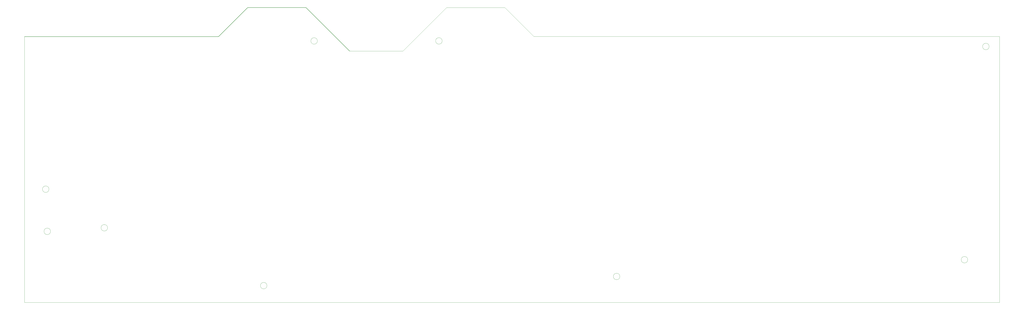
<source format=gm1>
%TF.GenerationSoftware,KiCad,Pcbnew,6.0.11-2627ca5db0~126~ubuntu22.04.1*%
%TF.CreationDate,2023-11-06T21:31:54+01:00*%
%TF.ProjectId,pcb,7063622e-6b69-4636-9164-5f7063625858,rev?*%
%TF.SameCoordinates,Original*%
%TF.FileFunction,Profile,NP*%
%FSLAX46Y46*%
G04 Gerber Fmt 4.6, Leading zero omitted, Abs format (unit mm)*
G04 Created by KiCad (PCBNEW 6.0.11-2627ca5db0~126~ubuntu22.04.1) date 2023-11-06 21:31:54*
%MOMM*%
%LPD*%
G01*
G04 APERTURE LIST*
%TA.AperFunction,Profile*%
%ADD10C,0.100000*%
%TD*%
%TA.AperFunction,Profile*%
%ADD11C,0.150000*%
%TD*%
G04 APERTURE END LIST*
D10*
X452068800Y-271593750D02*
G75*
G03*
X452068800Y-271593750I-1600000J0D01*
G01*
X270818800Y-384843750D02*
G75*
G03*
X270818800Y-384843750I-1600000J0D01*
G01*
X-21431250Y-266700000D02*
X-21431250Y-397668750D01*
X97568750Y-389362500D02*
G75*
G03*
X97568750Y-389362500I-1600000J0D01*
G01*
X183568800Y-268843750D02*
G75*
G03*
X183568800Y-268843750I-1600000J0D01*
G01*
X122318750Y-268862500D02*
G75*
G03*
X122318750Y-268862500I-1600000J0D01*
G01*
D11*
X73818750Y-266700000D02*
X-21431250Y-266700000D01*
D10*
X441568800Y-376593750D02*
G75*
G03*
X441568800Y-376593750I-1600000J0D01*
G01*
X-9431250Y-341862500D02*
G75*
G03*
X-9431250Y-341862500I-1600000J0D01*
G01*
D11*
X88106250Y-252412500D02*
X73818750Y-266700000D01*
D10*
X-8681250Y-362622500D02*
G75*
G03*
X-8681250Y-362622500I-1600000J0D01*
G01*
X228600050Y-266681250D02*
X214312500Y-252393750D01*
X164306250Y-273843750D02*
X138112500Y-273843750D01*
X457200050Y-397668750D02*
X457200050Y-266681250D01*
X-21431250Y-397668750D02*
X457200000Y-397668750D01*
X214312550Y-252393750D02*
X185737550Y-252393750D01*
X19318750Y-360862500D02*
G75*
G03*
X19318750Y-360862500I-1600000J0D01*
G01*
D11*
X88106250Y-252412500D02*
X116681250Y-252412500D01*
D10*
X185737550Y-252393750D02*
X164306300Y-273843750D01*
D11*
X116681250Y-252412500D02*
X138112500Y-273843750D01*
D10*
X457200050Y-266681250D02*
X228600050Y-266681250D01*
M02*

</source>
